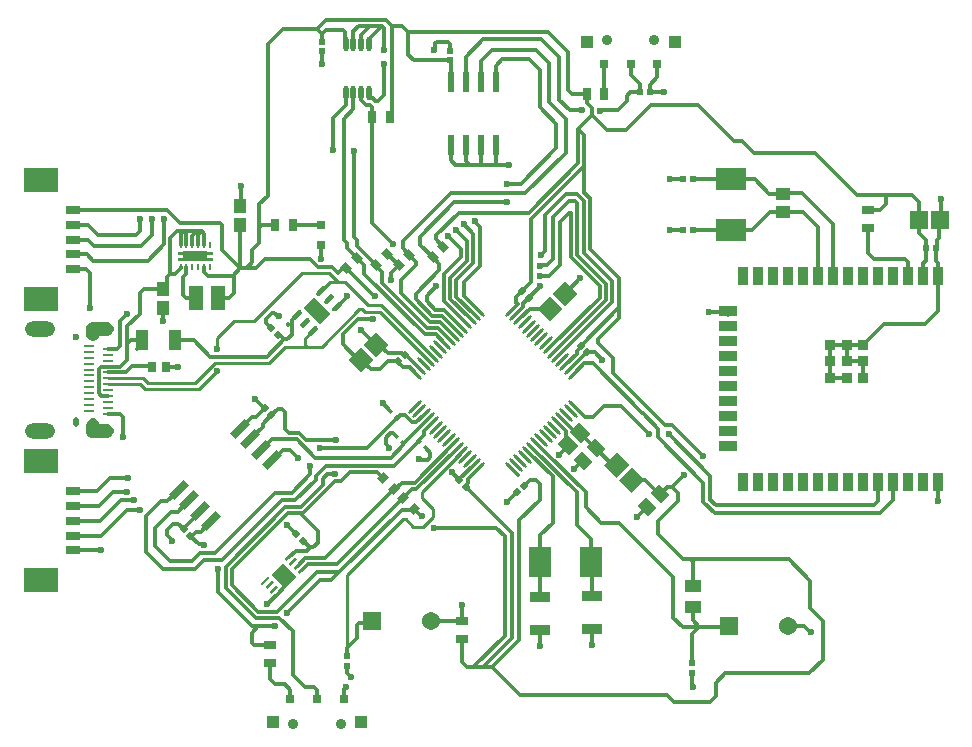
<source format=gbr>
%TF.GenerationSoftware,Altium Limited,Altium Designer,25.3.3 (18)*%
G04 Layer_Physical_Order=1*
G04 Layer_Color=255*
%FSLAX45Y45*%
%MOMM*%
%TF.SameCoordinates,C60B5D50-6102-498E-8A7F-52ABF2EF578F*%
%TF.FilePolarity,Positive*%
%TF.FileFunction,Copper,L1,Top,Signal*%
%TF.Part,Single*%
G01*
G75*
%TA.AperFunction,BGAPad,CuDef*%
%ADD10R,0.90000X0.90000*%
%TA.AperFunction,SMDPad,CuDef*%
%ADD11R,1.50000X0.90000*%
%ADD12R,0.90000X1.50000*%
%ADD13R,1.27000X1.02000*%
%ADD14R,0.52000X0.52000*%
%ADD15R,2.60000X1.90000*%
%ADD16R,1.00000X0.80000*%
%ADD17R,1.50000X1.55000*%
%ADD18P,0.73539X4X180.0*%
%TA.AperFunction,BGAPad,CuDef*%
%ADD19C,0.36000*%
%TA.AperFunction,SMDPad,CuDef*%
G04:AMPARAMS|DCode=20|XSize=1.3mm|YSize=2mm|CornerRadius=0mm|HoleSize=0mm|Usage=FLASHONLY|Rotation=45.000|XOffset=0mm|YOffset=0mm|HoleType=Round|Shape=Rectangle|*
%AMROTATEDRECTD20*
4,1,4,0.24749,-1.16673,-1.16673,0.24749,-0.24749,1.16673,1.16673,-0.24749,0.24749,-1.16673,0.0*
%
%ADD20ROTATEDRECTD20*%

%ADD21R,1.01213X1.20840*%
%ADD22R,1.15490X2.10620*%
G04:AMPARAMS|DCode=23|XSize=0.8mm|YSize=0.6mm|CornerRadius=0mm|HoleSize=0mm|Usage=FLASHONLY|Rotation=315.000|XOffset=0mm|YOffset=0mm|HoleType=Round|Shape=Rectangle|*
%AMROTATEDRECTD23*
4,1,4,-0.49497,0.07071,-0.07071,0.49497,0.49497,-0.07071,0.07071,-0.49497,-0.49497,0.07071,0.0*
%
%ADD23ROTATEDRECTD23*%

%ADD24R,0.80000X1.00000*%
%ADD25R,0.80000X0.70000*%
G04:AMPARAMS|DCode=26|XSize=0.36mm|YSize=0.25mm|CornerRadius=0mm|HoleSize=0mm|Usage=FLASHONLY|Rotation=315.000|XOffset=0mm|YOffset=0mm|HoleType=Round|Shape=Rectangle|*
%AMROTATEDRECTD26*
4,1,4,-0.21567,0.03889,-0.03889,0.21567,0.21567,-0.03889,0.03889,-0.21567,-0.21567,0.03889,0.0*
%
%ADD26ROTATEDRECTD26*%

G04:AMPARAMS|DCode=27|XSize=0.3mm|YSize=1.6mm|CornerRadius=0mm|HoleSize=0mm|Usage=FLASHONLY|Rotation=225.000|XOffset=0mm|YOffset=0mm|HoleType=Round|Shape=Round|*
%AMOVALD27*
21,1,1.30000,0.30000,0.00000,0.00000,315.0*
1,1,0.30000,-0.45962,0.45962*
1,1,0.30000,0.45962,-0.45962*
%
%ADD27OVALD27*%

G04:AMPARAMS|DCode=28|XSize=0.3mm|YSize=1.6mm|CornerRadius=0mm|HoleSize=0mm|Usage=FLASHONLY|Rotation=135.000|XOffset=0mm|YOffset=0mm|HoleType=Round|Shape=Round|*
%AMOVALD28*
21,1,1.30000,0.30000,0.00000,0.00000,225.0*
1,1,0.30000,0.45962,0.45962*
1,1,0.30000,-0.45962,-0.45962*
%
%ADD28OVALD28*%

%ADD29P,0.73539X4X90.0*%
%ADD30R,0.80000X0.80000*%
%ADD31R,1.00000X1.00000*%
%ADD32O,0.45000X1.30000*%
%TA.AperFunction,ConnectorPad*%
%ADD33R,0.90000X0.27000*%
%TA.AperFunction,SMDPad,CuDef*%
%ADD34C,1.20656*%
%ADD35C,1.20655*%
%ADD36R,1.30000X0.80000*%
%ADD37R,3.00000X2.10000*%
G04:AMPARAMS|DCode=38|XSize=1.55mm|YSize=1.5mm|CornerRadius=0mm|HoleSize=0mm|Usage=FLASHONLY|Rotation=315.000|XOffset=0mm|YOffset=0mm|HoleType=Round|Shape=Rectangle|*
%AMROTATEDRECTD38*
4,1,4,-1.07834,0.01768,-0.01768,1.07834,1.07834,-0.01768,0.01768,-1.07834,-1.07834,0.01768,0.0*
%
%ADD38ROTATEDRECTD38*%

G04:AMPARAMS|DCode=39|XSize=1.35mm|YSize=1.1mm|CornerRadius=0mm|HoleSize=0mm|Usage=FLASHONLY|Rotation=135.000|XOffset=0mm|YOffset=0mm|HoleType=Round|Shape=Rectangle|*
%AMROTATEDRECTD39*
4,1,4,0.86621,-0.08839,0.08839,-0.86621,-0.86621,0.08839,-0.08839,0.86621,0.86621,-0.08839,0.0*
%
%ADD39ROTATEDRECTD39*%

G04:AMPARAMS|DCode=40|XSize=1.3mm|YSize=1mm|CornerRadius=0mm|HoleSize=0mm|Usage=FLASHONLY|Rotation=135.000|XOffset=0mm|YOffset=0mm|HoleType=Round|Shape=Rectangle|*
%AMROTATEDRECTD40*
4,1,4,0.81318,-0.10607,0.10607,-0.81318,-0.81318,0.10607,-0.10607,0.81318,0.81318,-0.10607,0.0*
%
%ADD40ROTATEDRECTD40*%

G04:AMPARAMS|DCode=41|XSize=1.4549mm|YSize=1.5562mm|CornerRadius=0mm|HoleSize=0mm|Usage=FLASHONLY|Rotation=135.000|XOffset=0mm|YOffset=0mm|HoleType=Round|Shape=Rectangle|*
%AMROTATEDRECTD41*
4,1,4,1.06459,0.03581,-0.03581,-1.06459,-1.06459,-0.03581,0.03581,1.06459,1.06459,0.03581,0.0*
%
%ADD41ROTATEDRECTD41*%

G04:AMPARAMS|DCode=42|XSize=1.7mm|YSize=0.65mm|CornerRadius=0mm|HoleSize=0mm|Usage=FLASHONLY|Rotation=225.000|XOffset=0mm|YOffset=0mm|HoleType=Round|Shape=Rectangle|*
%AMROTATEDRECTD42*
4,1,4,0.37123,0.83085,0.83085,0.37123,-0.37123,-0.83085,-0.83085,-0.37123,0.37123,0.83085,0.0*
%
%ADD42ROTATEDRECTD42*%

%ADD43R,0.52000X0.52000*%
%ADD44R,0.54200X1.68500*%
G04:AMPARAMS|DCode=45|XSize=0.86107mm|YSize=0.23928mm|CornerRadius=0mm|HoleSize=0mm|Usage=FLASHONLY|Rotation=45.000|XOffset=0mm|YOffset=0mm|HoleType=Round|Shape=Rectangle|*
%AMROTATEDRECTD45*
4,1,4,-0.21983,-0.38903,-0.38903,-0.21983,0.21983,0.38903,0.38903,0.21983,-0.21983,-0.38903,0.0*
%
%ADD45ROTATEDRECTD45*%

G04:AMPARAMS|DCode=46|XSize=0.86107mm|YSize=0.23928mm|CornerRadius=0.11964mm|HoleSize=0mm|Usage=FLASHONLY|Rotation=45.000|XOffset=0mm|YOffset=0mm|HoleType=Round|Shape=RoundedRectangle|*
%AMROUNDEDRECTD46*
21,1,0.86107,0.00000,0,0,45.0*
21,1,0.62178,0.23928,0,0,45.0*
1,1,0.23928,0.21983,0.21983*
1,1,0.23928,-0.21983,-0.21983*
1,1,0.23928,-0.21983,-0.21983*
1,1,0.23928,0.21983,0.21983*
%
%ADD46ROUNDEDRECTD46*%
G04:AMPARAMS|DCode=47|XSize=1.4mm|YSize=1.6mm|CornerRadius=0mm|HoleSize=0mm|Usage=FLASHONLY|Rotation=45.000|XOffset=0mm|YOffset=0mm|HoleType=Round|Shape=Rectangle|*
%AMROTATEDRECTD47*
4,1,4,0.07071,-1.06066,-1.06066,0.07071,-0.07071,1.06066,1.06066,-0.07071,0.07071,-1.06066,0.0*
%
%ADD47ROTATEDRECTD47*%

%ADD48R,1.00000X1.80000*%
%ADD49R,0.73504X0.86213*%
G04:AMPARAMS|DCode=50|XSize=0.8mm|YSize=0.6mm|CornerRadius=0mm|HoleSize=0mm|Usage=FLASHONLY|Rotation=225.000|XOffset=0mm|YOffset=0mm|HoleType=Round|Shape=Rectangle|*
%AMROTATEDRECTD50*
4,1,4,0.07071,0.49497,0.49497,0.07071,-0.07071,-0.49497,-0.49497,-0.07071,0.07071,0.49497,0.0*
%
%ADD50ROTATEDRECTD50*%

%ADD51R,1.70000X0.95000*%
%ADD52R,1.90000X2.60000*%
G04:AMPARAMS|DCode=53|XSize=0.9mm|YSize=2mm|CornerRadius=0.0495mm|HoleSize=0mm|Usage=FLASHONLY|Rotation=90.000|XOffset=0mm|YOffset=0mm|HoleType=Round|Shape=RoundedRectangle|*
%AMROUNDEDRECTD53*
21,1,0.90000,1.90100,0,0,90.0*
21,1,0.80100,2.00000,0,0,90.0*
1,1,0.09900,0.95050,0.40050*
1,1,0.09900,0.95050,-0.40050*
1,1,0.09900,-0.95050,-0.40050*
1,1,0.09900,-0.95050,0.40050*
%
%ADD53ROUNDEDRECTD53*%
G04:AMPARAMS|DCode=54|XSize=0.25mm|YSize=0.5mm|CornerRadius=0.05mm|HoleSize=0mm|Usage=FLASHONLY|Rotation=180.000|XOffset=0mm|YOffset=0mm|HoleType=Round|Shape=RoundedRectangle|*
%AMROUNDEDRECTD54*
21,1,0.25000,0.40000,0,0,180.0*
21,1,0.15000,0.50000,0,0,180.0*
1,1,0.10000,-0.07500,0.20000*
1,1,0.10000,0.07500,0.20000*
1,1,0.10000,0.07500,-0.20000*
1,1,0.10000,-0.07500,-0.20000*
%
%ADD54ROUNDEDRECTD54*%
%ADD55R,1.35000X1.00000*%
%TA.AperFunction,Conductor*%
%ADD56C,0.30000*%
%ADD57C,0.26017*%
%TA.AperFunction,ComponentPad*%
%ADD58C,0.90000*%
G04:AMPARAMS|DCode=59|XSize=1.25mm|YSize=0.6mm|CornerRadius=0.3mm|HoleSize=0mm|Usage=FLASHONLY|Rotation=90.000|XOffset=0mm|YOffset=0mm|HoleType=Round|Shape=RoundedRectangle|*
%AMROUNDEDRECTD59*
21,1,1.25000,0.00000,0,0,90.0*
21,1,0.65000,0.60000,0,0,90.0*
1,1,0.60000,0.00000,0.32500*
1,1,0.60000,0.00000,-0.32500*
1,1,0.60000,0.00000,-0.32500*
1,1,0.60000,0.00000,0.32500*
%
%ADD59ROUNDEDRECTD59*%
G04:AMPARAMS|DCode=60|XSize=2.6mm|YSize=1.3mm|CornerRadius=0.65mm|HoleSize=0mm|Usage=FLASHONLY|Rotation=180.000|XOffset=0mm|YOffset=0mm|HoleType=Round|Shape=RoundedRectangle|*
%AMROUNDEDRECTD60*
21,1,2.60000,0.00000,0,0,180.0*
21,1,1.30000,1.30000,0,0,180.0*
1,1,1.30000,-0.65000,0.00000*
1,1,1.30000,0.65000,0.00000*
1,1,1.30000,0.65000,0.00000*
1,1,1.30000,-0.65000,0.00000*
%
%ADD60ROUNDEDRECTD60*%
G04:AMPARAMS|DCode=61|XSize=0.6mm|YSize=1.9mm|CornerRadius=0.3mm|HoleSize=0mm|Usage=FLASHONLY|Rotation=90.000|XOffset=0mm|YOffset=0mm|HoleType=Round|Shape=RoundedRectangle|*
%AMROUNDEDRECTD61*
21,1,0.60000,1.30000,0,0,90.0*
21,1,0.00000,1.90000,0,0,90.0*
1,1,0.60000,0.65000,0.00000*
1,1,0.60000,0.65000,0.00000*
1,1,0.60000,-0.65000,0.00000*
1,1,0.60000,-0.65000,0.00000*
%
%ADD61ROUNDEDRECTD61*%
%ADD62C,0.60000*%
G04:AMPARAMS|DCode=63|XSize=0.85mm|YSize=0.5mm|CornerRadius=0.25mm|HoleSize=0mm|Usage=FLASHONLY|Rotation=270.000|XOffset=0mm|YOffset=0mm|HoleType=Round|Shape=RoundedRectangle|*
%AMROUNDEDRECTD63*
21,1,0.85000,0.00000,0,0,270.0*
21,1,0.35000,0.50000,0,0,270.0*
1,1,0.50000,0.00000,-0.17500*
1,1,0.50000,0.00000,0.17500*
1,1,0.50000,0.00000,0.17500*
1,1,0.50000,0.00000,-0.17500*
%
%ADD63ROUNDEDRECTD63*%
%ADD64C,1.54060*%
%ADD65R,1.54060X1.54060*%
%TA.AperFunction,ViaPad*%
%ADD66C,0.60000*%
%ADD67C,0.50000*%
G36*
X7425000Y8580000D02*
X7475000D01*
Y8555000D01*
X7425000D01*
Y8529999D01*
X7475000D01*
Y8504999D01*
X7425000D01*
Y8497500D01*
X7225000D01*
Y8504999D01*
X7175000D01*
Y8529999D01*
X7225000D01*
Y8555000D01*
X7175000D01*
Y8580000D01*
X7225000D01*
Y8587500D01*
X7425000D01*
Y8580000D01*
D02*
G37*
G36*
X8436317Y8267383D02*
X8383284Y8214350D01*
X8380471Y8211537D01*
X8373120Y8208492D01*
X8365164D01*
X8357813Y8211537D01*
X8355000Y8214350D01*
X8352187Y8217163D01*
X8349142Y8224514D01*
Y8232470D01*
X8352187Y8239821D01*
X8355000Y8242634D01*
Y8242635D01*
X8408033Y8295668D01*
X8436317Y8267383D01*
D02*
G37*
G36*
X8503493Y8200208D02*
X8450459Y8147175D01*
X8447646Y8144362D01*
X8440296Y8141317D01*
X8432339D01*
X8424988Y8144362D01*
X8422175Y8147175D01*
X8419362Y8149988D01*
X8416317Y8157339D01*
Y8165296D01*
X8419362Y8172646D01*
X8422175Y8175459D01*
X8475208Y8228492D01*
X8503493Y8200208D01*
D02*
G37*
G36*
X8570668Y8133033D02*
X8517634Y8080000D01*
X8514821Y8077187D01*
X8507471Y8074142D01*
X8499514D01*
X8492163Y8077187D01*
X8489350Y8080000D01*
X8486537Y8082813D01*
X8483493Y8090164D01*
Y8098120D01*
X8486537Y8105471D01*
X8489350Y8108284D01*
X8542383Y8161317D01*
X8570668Y8133033D01*
D02*
G37*
G36*
X8217837Y8082813D02*
X8220650Y8080000D01*
X8223463Y8077187D01*
X8226508Y8069836D01*
Y8061879D01*
X8223463Y8054529D01*
X8220650Y8051716D01*
X8167617Y7998683D01*
X8139332Y8026967D01*
X8192366Y8080000D01*
X8195179Y8082813D01*
X8202529Y8085858D01*
X8210486D01*
X8217837Y8082813D01*
D02*
G37*
G36*
X8285012Y8015638D02*
X8287825Y8012825D01*
X8290638Y8010012D01*
X8293683Y8002661D01*
Y7994704D01*
X8290638Y7987354D01*
X8287825Y7984541D01*
X8287825D01*
X8234792Y7931508D01*
X8206508Y7959792D01*
X8259541Y8012825D01*
X8262354Y8015638D01*
X8269704Y8018683D01*
X8277661D01*
X8285012Y8015638D01*
D02*
G37*
G36*
X6606487Y7978355D02*
X6623366Y7961477D01*
X6632500Y7939425D01*
Y7915555D01*
X6623366Y7893503D01*
X6606487Y7876625D01*
X6584435Y7867490D01*
X6512501D01*
X6510728Y7857895D01*
X6500796Y7841095D01*
X6485692Y7828736D01*
X6467258Y7822329D01*
X6457501Y7822491D01*
X6457500D01*
X6447744Y7822329D01*
X6429309Y7828736D01*
X6414205Y7841095D01*
X6404273Y7857895D01*
X6402500Y7867490D01*
Y7927490D01*
X6402500Y7927490D01*
X6402500Y7939425D01*
X6411635Y7961477D01*
X6428513Y7978355D01*
X6450565Y7987490D01*
X6462500D01*
X6572500Y7987490D01*
X6584435D01*
X6606487Y7978355D01*
D02*
G37*
G36*
X8352187Y7948463D02*
X8355000Y7945650D01*
X8357813Y7942837D01*
X8360858Y7935486D01*
Y7927529D01*
X8357813Y7920178D01*
X8355000Y7917365D01*
X8355000D01*
X8301967Y7864333D01*
X8273683Y7892617D01*
X8326716Y7945650D01*
X8329529Y7948463D01*
X8336879Y7951508D01*
X8344836D01*
X8352187Y7948463D01*
D02*
G37*
G36*
X6485696Y7162265D02*
X6500800Y7149906D01*
X6510732Y7133106D01*
X6512505Y7123511D01*
X6572505Y7123510D01*
X6584439D01*
X6606492Y7114376D01*
X6623370Y7097497D01*
X6632505Y7075445D01*
Y7051575D01*
X6623370Y7029523D01*
X6606492Y7012645D01*
X6584439Y7003511D01*
X6572505D01*
X6462504Y7003511D01*
X6450570D01*
X6428517Y7012645D01*
X6411639Y7029523D01*
X6402504Y7051576D01*
X6402505Y7063511D01*
Y7063511D01*
Y7123511D01*
X6404278Y7133106D01*
X6414209Y7149906D01*
X6429314Y7162265D01*
X6447749Y7168672D01*
X6457505Y7168510D01*
X6467262Y7168672D01*
X6485696Y7162265D01*
D02*
G37*
D10*
X12700500Y7513150D02*
D03*
Y7653150D02*
D03*
Y7793150D02*
D03*
X12840500Y7513150D02*
D03*
Y7653150D02*
D03*
Y7793150D02*
D03*
X12980499Y7513150D02*
D03*
Y7653150D02*
D03*
X12980499Y7793150D02*
D03*
D11*
X11836500Y6931650D02*
D03*
Y7058650D02*
D03*
Y7185650D02*
D03*
Y7312650D02*
D03*
Y7439650D02*
D03*
Y7566650D02*
D03*
Y7693650D02*
D03*
Y7820650D02*
D03*
Y7947650D02*
D03*
Y8074650D02*
D03*
D12*
X13612500Y6628150D02*
D03*
X13485500Y6628150D02*
D03*
X13358501Y6628150D02*
D03*
X13231500D02*
D03*
X13104500D02*
D03*
X12977499D02*
D03*
X12850500Y6628150D02*
D03*
X12723500Y6628150D02*
D03*
X12596500D02*
D03*
X12469500D02*
D03*
X12342500D02*
D03*
X12215500D02*
D03*
X12088500D02*
D03*
X11961500D02*
D03*
Y8378150D02*
D03*
X12088500D02*
D03*
X12215500D02*
D03*
X12342500D02*
D03*
X12469500D02*
D03*
X12596500D02*
D03*
X12723500D02*
D03*
X12850500Y8378150D02*
D03*
X12977499Y8378150D02*
D03*
X13104500D02*
D03*
X13231500D02*
D03*
X13358501D02*
D03*
X13485500Y8378150D02*
D03*
X13612500Y8378150D02*
D03*
D13*
X12300000Y8918999D02*
D03*
Y9071000D02*
D03*
D14*
X13592499Y8612500D02*
D03*
X13512500D02*
D03*
X11455000Y8764999D02*
D03*
X11535000D02*
D03*
X11457501Y9192499D02*
D03*
X11537500Y9192499D02*
D03*
X11092500Y9930000D02*
D03*
X11172500D02*
D03*
D15*
X11862500Y8762499D02*
D03*
X11862500Y9192499D02*
D03*
D16*
X13022501Y8785000D02*
D03*
Y8935000D02*
D03*
X7960000Y5250000D02*
D03*
Y5100000D02*
D03*
X9582500Y5455000D02*
D03*
Y5305000D02*
D03*
D17*
X13632500Y8845000D02*
D03*
X13452499D02*
D03*
D18*
X8022500Y7877500D02*
D03*
X7965932Y7934068D02*
D03*
X9561716Y6648284D02*
D03*
X9618284Y6591716D02*
D03*
X10643284Y7729216D02*
D03*
X10586716Y7785784D02*
D03*
X10091716Y8245784D02*
D03*
X10148284Y8189216D02*
D03*
X7968284Y7196716D02*
D03*
X7911716Y7253284D02*
D03*
X7283284Y6176716D02*
D03*
X7226716Y6233284D02*
D03*
X8238284Y6134216D02*
D03*
X8181716Y6190784D02*
D03*
D19*
X8187062Y8046412D02*
D03*
X8254237Y7979237D02*
D03*
X8321412Y7912062D02*
D03*
X8522938Y8113588D02*
D03*
X8457208Y8182208D02*
D03*
X8388588Y8247938D02*
D03*
D20*
X8355000Y8080000D02*
D03*
D21*
X7047500Y8265186D02*
D03*
Y8104813D02*
D03*
X7707500Y8970187D02*
D03*
Y8809813D02*
D03*
D22*
X7329935Y8190000D02*
D03*
X7515064D02*
D03*
D23*
X8599038Y8439038D02*
D03*
X8690962Y8530962D02*
D03*
X8854038Y8471538D02*
D03*
X8945962Y8563462D02*
D03*
X9334038Y8531538D02*
D03*
X9425962Y8623462D02*
D03*
X9138462Y8555962D02*
D03*
X9046538Y8464038D02*
D03*
D24*
X8002500Y8807500D02*
D03*
X8152500D02*
D03*
X10787500Y9917500D02*
D03*
X10637500D02*
D03*
X8822500Y9720000D02*
D03*
X8972500D02*
D03*
D25*
X8392500Y8807500D02*
D03*
Y8637500D02*
D03*
D26*
X9217801Y6977198D02*
D03*
X9277198Y6917802D02*
D03*
X8975302Y7232198D02*
D03*
X9034698Y7172802D02*
D03*
X9087198Y6960302D02*
D03*
X9027802Y7019698D02*
D03*
D27*
X10007457Y6737213D02*
D03*
X10042812Y6772568D02*
D03*
X10078168Y6807923D02*
D03*
X10113523Y6843279D02*
D03*
X10148878Y6878634D02*
D03*
X10184234Y6913989D02*
D03*
X10219589Y6949345D02*
D03*
X10254944Y6984700D02*
D03*
X10290300Y7020055D02*
D03*
X10325655Y7055411D02*
D03*
X10361010Y7090766D02*
D03*
X10396366Y7126121D02*
D03*
X10431721Y7161477D02*
D03*
X10467076Y7196832D02*
D03*
X10502432Y7232187D02*
D03*
X10537787Y7267543D02*
D03*
X9717543Y8087787D02*
D03*
X9682188Y8052431D02*
D03*
X9646832Y8017076D02*
D03*
X9611477Y7981720D02*
D03*
X9576122Y7946365D02*
D03*
X9540767Y7911010D02*
D03*
X9505411Y7875655D02*
D03*
X9470056Y7840299D02*
D03*
X9434700Y7804944D02*
D03*
X9399345Y7769588D02*
D03*
X9363990Y7734233D02*
D03*
X9328634Y7698878D02*
D03*
X9293279Y7663523D02*
D03*
X9257924Y7628167D02*
D03*
X9222568Y7592812D02*
D03*
X9187213Y7557457D02*
D03*
D28*
X10537787D02*
D03*
X10502432Y7592812D02*
D03*
X10467076Y7628167D02*
D03*
X10431721Y7663523D02*
D03*
X10396366Y7698878D02*
D03*
X10361010Y7734233D02*
D03*
X10325655Y7769588D02*
D03*
X10290300Y7804944D02*
D03*
X10254944Y7840299D02*
D03*
X10219589Y7875655D02*
D03*
X10184233Y7911010D02*
D03*
X10148878Y7946365D02*
D03*
X10113523Y7981720D02*
D03*
X10078168Y8017076D02*
D03*
X10042812Y8052431D02*
D03*
X10007457Y8087787D02*
D03*
X9187213Y7267543D02*
D03*
X9222568Y7232187D02*
D03*
X9257924Y7196832D02*
D03*
X9293279Y7161477D02*
D03*
X9328634Y7126121D02*
D03*
X9363990Y7090766D02*
D03*
X9399345Y7055411D02*
D03*
X9434700Y7020055D02*
D03*
X9470056Y6984700D02*
D03*
X9505411Y6949345D02*
D03*
X9540766Y6913989D02*
D03*
X9576122Y6878634D02*
D03*
X9611477Y6843279D02*
D03*
X9646832Y6807923D02*
D03*
X9682188Y6772568D02*
D03*
X9717543Y6737213D02*
D03*
D29*
X9101568Y7709068D02*
D03*
X9045000Y7652500D02*
D03*
X10108284Y6598284D02*
D03*
X10051716Y6541716D02*
D03*
D30*
X10787500Y10167000D02*
D03*
X11012500Y10167000D02*
D03*
X11237500D02*
D03*
X8580000Y4790500D02*
D03*
X8355000D02*
D03*
X8130000D02*
D03*
D31*
X10637500Y10357000D02*
D03*
X11387500Y10357000D02*
D03*
X8730000Y4600500D02*
D03*
X7980000D02*
D03*
D32*
X8792500Y10335000D02*
D03*
X8727500D02*
D03*
X8662500D02*
D03*
X8597500D02*
D03*
X8792500Y9925000D02*
D03*
X8727500D02*
D03*
X8662500D02*
D03*
X8597500D02*
D03*
D33*
X6587500Y7758000D02*
D03*
Y7708000D02*
D03*
Y7658000D02*
D03*
Y7608000D02*
D03*
Y7558000D02*
D03*
X6587501Y7508000D02*
D03*
X6587500Y7458000D02*
D03*
Y7408000D02*
D03*
Y7358000D02*
D03*
X6587501Y7308000D02*
D03*
X6587500Y7258000D02*
D03*
Y7208000D02*
D03*
X6427500Y7233000D02*
D03*
X6427500Y7283000D02*
D03*
X6427500Y7333000D02*
D03*
Y7383000D02*
D03*
Y7433000D02*
D03*
Y7483000D02*
D03*
Y7533000D02*
D03*
Y7583000D02*
D03*
Y7633000D02*
D03*
Y7683000D02*
D03*
Y7733000D02*
D03*
Y7783001D02*
D03*
D34*
X6469531Y7920459D02*
D03*
D35*
X6469535Y7070541D02*
D03*
D36*
X6292500Y8932500D02*
D03*
Y8807500D02*
D03*
Y8682500D02*
D03*
Y8557500D02*
D03*
Y8432500D02*
D03*
Y6552500D02*
D03*
Y6427500D02*
D03*
Y6302500D02*
D03*
Y6177500D02*
D03*
Y6052500D02*
D03*
D37*
X6017500Y8177500D02*
D03*
Y9187500D02*
D03*
Y5797500D02*
D03*
Y6807500D02*
D03*
D38*
X10452279Y8224779D02*
D03*
X10325000Y8097500D02*
D03*
X8731360Y7666361D02*
D03*
X8858640Y7793640D02*
D03*
D39*
X10483002Y6943002D02*
D03*
X10581997Y7041997D02*
D03*
D40*
X10609467Y6811967D02*
D03*
X10715533Y6918033D02*
D03*
X11149467Y6421967D02*
D03*
X11255533Y6528033D02*
D03*
D41*
X11025453Y6647047D02*
D03*
X10894547Y6777953D02*
D03*
D42*
X7971292Y6813390D02*
D03*
X7881489Y6903193D02*
D03*
X7791686Y6992995D02*
D03*
X7701884Y7082798D02*
D03*
X7185696Y6566610D02*
D03*
X7275499Y6476807D02*
D03*
X7365301Y6387005D02*
D03*
X7455104Y6297202D02*
D03*
D43*
X9485000Y10200000D02*
D03*
Y10280000D02*
D03*
X8395000Y10357500D02*
D03*
Y10277500D02*
D03*
X8607500Y5075000D02*
D03*
Y5155000D02*
D03*
X11532500Y5015000D02*
D03*
Y5095000D02*
D03*
D44*
X9487000Y9481400D02*
D03*
X9614000D02*
D03*
X9741000D02*
D03*
X9868000D02*
D03*
Y10018600D02*
D03*
X9741000D02*
D03*
X9614000D02*
D03*
X9487000D02*
D03*
D45*
X7918667Y5789732D02*
D03*
D46*
X7954022Y5754377D02*
D03*
X7989377Y5719022D02*
D03*
X8024733Y5683667D02*
D03*
X8226333Y5885267D02*
D03*
X8190978Y5920623D02*
D03*
X8155623Y5955978D02*
D03*
X8120267Y5991333D02*
D03*
D47*
X8072500Y5837500D02*
D03*
D48*
X7150000Y7830000D02*
D03*
X6870000D02*
D03*
D49*
X7079039Y7607500D02*
D03*
X6955961D02*
D03*
D50*
X9005962Y6571538D02*
D03*
X8914038Y6663462D02*
D03*
X9081538Y6493462D02*
D03*
X9173462Y6401538D02*
D03*
D51*
X10685000Y5382500D02*
D03*
Y5662500D02*
D03*
X10242500Y5380000D02*
D03*
Y5660000D02*
D03*
D52*
X10677500Y5950000D02*
D03*
X10247500D02*
D03*
D53*
X7325000Y8542500D02*
D03*
D54*
X7200000Y8637500D02*
D03*
X7250000D02*
D03*
X7300000D02*
D03*
X7350000D02*
D03*
X7400000D02*
D03*
X7450000D02*
D03*
Y8447500D02*
D03*
X7400000D02*
D03*
X7350000Y8447500D02*
D03*
X7300000D02*
D03*
X7250000Y8447500D02*
D03*
X7200000D02*
D03*
D55*
X11535000Y5572500D02*
D03*
Y5752500D02*
D03*
D56*
X10352500Y8875000D02*
X10487500Y9010000D01*
X10352500Y8517500D02*
Y8875000D01*
X10303240Y8468240D02*
X10352500Y8517500D01*
X10248462Y8553462D02*
X10285000Y8590000D01*
Y8890000D02*
X10467500Y9072500D01*
X10285000Y8590000D02*
Y8890000D01*
X10483002Y6938003D02*
Y6999571D01*
X10460000Y7022574D02*
X10483002Y6999571D01*
X10460000Y7022574D02*
Y7062487D01*
X10396366Y7126121D02*
X10460000Y7062487D01*
X8706139Y7666361D02*
X8731360D01*
X8577500Y7795000D02*
X8706139Y7666361D01*
X8577500Y7795000D02*
Y7885000D01*
X8699492Y8006992D01*
X8827500D01*
X13157500Y9060000D02*
X13389999D01*
X7283284Y6176716D02*
X7356760Y6103240D01*
X7047500Y7990000D02*
Y8104813D01*
X13612500Y6467500D02*
Y6628150D01*
X13612500Y6628150D02*
X13612500Y6628150D01*
X12840500Y7653150D02*
X12840500Y7653150D01*
X12980499D01*
X12840500Y7653150D02*
Y7793150D01*
X12980499Y7513150D02*
Y7624574D01*
X12700500Y7513150D02*
X12840500D01*
X12700500D02*
Y7653150D01*
Y7793150D01*
X12840500D02*
X12980499D01*
X12700500D02*
X12840500D01*
X13612500Y8075000D02*
Y8378150D01*
X13505000Y7967500D02*
X13612500Y8075000D01*
X13154849Y7967500D02*
X13505000D01*
X12980499Y7793150D02*
X13154849Y7967500D01*
X13592499Y8502501D02*
Y8612500D01*
Y8502501D02*
X13612500Y8482500D01*
Y8378150D02*
Y8482500D01*
X13507500Y8607500D02*
X13512500Y8612500D01*
X13507500Y8505000D02*
Y8607500D01*
X13485500Y8483000D02*
X13507500Y8505000D01*
X13485500Y8378150D02*
Y8483000D01*
X13022501Y8570000D02*
Y8785000D01*
Y8570000D02*
X13070000Y8522500D01*
X13332500D01*
X13358501Y8496500D01*
Y8378150D02*
Y8496500D01*
X12723500Y8378150D02*
Y8816500D01*
X12596500Y8378150D02*
Y8788500D01*
X11677500Y8067500D02*
X11829350D01*
X11836500Y8074650D01*
X13231500Y6474000D02*
Y6628150D01*
X13104500Y6470500D02*
X13105000Y6470000D01*
X13104500Y6470500D02*
Y6628150D01*
X7356760Y6103240D02*
X7396760D01*
X7402500Y6097500D01*
X7365000Y6030000D02*
X7490000D01*
X7115000Y5962500D02*
X7297500D01*
X6987500Y6090000D02*
X7115000Y5962500D01*
X7297500D02*
X7365000Y6030000D01*
X7395000Y5970000D02*
X7550000D01*
X7185068Y6566610D02*
X7185696D01*
X7320000Y5895000D02*
X7395000Y5970000D01*
X7055000Y5895000D02*
X7320000D01*
X7490000Y6030000D02*
X8000000Y6540000D01*
X7517500Y5695000D02*
Y5895000D01*
Y5695000D02*
X7802500Y5410000D01*
X7635000Y5757500D02*
Y5891790D01*
X7585000Y5912500D02*
X8087500Y6415000D01*
X7635000Y5891790D02*
X8108211Y6365000D01*
X7585000Y5736790D02*
Y5912500D01*
X7550000Y5970000D02*
X8057500Y6477500D01*
X8172500D01*
X7802500Y5410000D02*
X7860000D01*
X6910000Y6040000D02*
X7055000Y5895000D01*
X7635000Y5757500D02*
X7860000Y5532500D01*
X7585000Y5736790D02*
X7839290Y5482500D01*
X8032500D01*
X7820074Y5250000D02*
X7960000D01*
X7802500Y5267574D02*
X7820074Y5250000D01*
X7802500Y5267574D02*
Y5352500D01*
X7860000Y5410000D01*
X8000000D01*
X8102500Y5517500D02*
X8382500Y5797500D01*
X8475000D01*
X8545000Y5867500D01*
X6522500Y6055000D02*
X6525000Y6057500D01*
X6295000Y6055000D02*
X6522500D01*
X6292500Y6052500D02*
X6295000Y6055000D01*
X6742500Y6397500D02*
X6860000D01*
X6522500Y6177500D02*
X6742500Y6397500D01*
X6292500Y6177500D02*
X6522500D01*
X6692500Y6475000D02*
X6805000D01*
X6520000Y6302500D02*
X6692500Y6475000D01*
X6292500Y6302500D02*
X6520000D01*
X6630000Y6545000D02*
X6747500D01*
X6512500Y6427500D02*
X6630000Y6545000D01*
X6292500Y6427500D02*
X6512500D01*
X6602500Y6665000D02*
X6757500D01*
X6490000Y6552500D02*
X6602500Y6665000D01*
X6292500Y6552500D02*
X6490000D01*
X10415000Y8470000D02*
Y8835001D01*
X10322500Y8377500D02*
X10415000Y8470000D01*
Y8835001D02*
X10486790Y8906790D01*
X7930704Y7690000D02*
X8078130Y7837426D01*
X7452500Y7690000D02*
X7930704D01*
X7312500Y7830000D02*
X7452500Y7690000D01*
X7150000Y7830000D02*
X7312500D01*
X8430394Y8447500D02*
X8482500D01*
X8429886Y8448009D02*
X8430394Y8447500D01*
X8364492Y8448009D02*
X8429886D01*
X8292500Y8520000D02*
X8364492Y8448009D01*
X7965932Y7934068D02*
X7966250D01*
X7925000Y8010000D02*
X7976324Y8061324D01*
X8021882Y8032500D02*
X8030000D01*
X7925000Y7975001D02*
Y8010000D01*
X7976324Y8061324D02*
X7993058D01*
X8021882Y8032500D01*
X7925000Y7975001D02*
X7965932Y7934069D01*
Y7934068D02*
Y7934069D01*
X13157500Y9060000D02*
X13170000Y9047500D01*
Y8982500D02*
Y9047500D01*
X13122501Y8935000D02*
X13170000Y8982500D01*
X13022501Y8935000D02*
X13122501D01*
X11580000Y9820000D02*
X11885000Y9515000D01*
X11182500Y9820000D02*
X11580000D01*
X11885000Y9515000D02*
X11950000D01*
X12052500Y9412500D01*
X12572500D01*
X12925000Y9060000D01*
X13157500D01*
X13389999D02*
X13452499Y8997500D01*
Y8845000D02*
Y8997500D01*
X13605000Y6592074D02*
X13612500Y6599574D01*
X11835074Y8047500D02*
X11836500Y8046074D01*
X12460000Y9080000D02*
X12723500Y8816500D01*
X12470000Y8914999D02*
X12596500Y8788500D01*
X13125000Y6367500D02*
X13231500Y6474000D01*
X11627500Y6465000D02*
Y6625000D01*
X11725000Y6367500D02*
X13125000D01*
X11685000Y6478210D02*
Y6682500D01*
X11627500Y6465000D02*
X11725000Y6367500D01*
X11685000Y6478210D02*
X11730710Y6432500D01*
X13067500D01*
X11245000Y7007500D02*
X11627500Y6625000D01*
X13104500Y6599574D02*
X13105000Y6599074D01*
X13067500Y6432500D02*
X13105000Y6470000D01*
X12300000Y9071000D02*
X12309000Y9080000D01*
X12460000D01*
X13512500Y8612500D02*
Y8680000D01*
X13592499Y8612500D02*
X13603499Y8623500D01*
Y8676000D01*
X12181500Y9071000D02*
X12300000D01*
X12060001Y9192499D02*
X12181500Y9071000D01*
X11537500Y9192499D02*
X11862500D01*
X12060001D01*
X11457500Y9192500D02*
X11457501Y9192499D01*
X11347500Y9192500D02*
X11457500D01*
X11347500D02*
Y9192500D01*
X13603499Y8676000D02*
X13625000Y8697500D01*
X13452499Y8740000D02*
X13512500Y8680000D01*
X13625000Y8697500D02*
Y8837500D01*
X13452499Y8740000D02*
Y8845000D01*
X13625000Y8837500D02*
X13632500Y8845000D01*
X13637500Y8850000D01*
Y9025000D01*
X11835425Y8045000D02*
X11836500Y8046074D01*
X11862500Y8762499D02*
X12035000D01*
X12191500Y8918999D01*
X12304000Y8914999D02*
X12470000D01*
X12300000Y8918999D02*
X12304000Y8914999D01*
X12191500Y8918999D02*
X12300000D01*
X11860000Y8764999D02*
X11862500Y8762499D01*
X11535000Y8764999D02*
X11860000Y8764999D01*
X11453750Y8766249D02*
X11455000Y8764999D01*
X11341250Y8766249D02*
X11453750D01*
X11340000Y8767500D02*
X11341250Y8766249D01*
X11332500Y7035000D02*
X11685000Y6682500D01*
X8510000Y6635000D02*
X8555000D01*
X8632500Y6712500D01*
X8914038Y6663462D02*
X8914038D01*
X8864999Y6712500D02*
X8914038Y6663462D01*
X8632500Y6712500D02*
X8864999D01*
X8240000Y6365000D02*
X8510000Y6635000D01*
X8212500Y6365000D02*
X8240000D01*
X8087500Y6415000D02*
X8217500D01*
X8405000Y6602500D02*
Y6655000D01*
X8217500Y6415000D02*
X8405000Y6602500D01*
X8150000Y4995500D02*
X8250500Y4895000D01*
X8330000D01*
X8355000Y4870000D01*
Y4790500D02*
Y4870000D01*
X8032500Y5482500D02*
X8150000Y5365000D01*
X8267647Y6047500D02*
X8297573Y6077426D01*
X8176435Y6047500D02*
X8267647D01*
X8120268Y5991333D02*
X8176435Y6047500D01*
X8120267Y5991333D02*
X8120268D01*
X7860000Y5532500D02*
X8020000D01*
X8238284Y6134216D02*
X8240784D01*
X8297573Y6077426D01*
X8322426D01*
X8360000Y6115000D01*
Y6217500D01*
X8212500Y6365000D02*
X8360000Y6217500D01*
X8108211Y6365000D02*
X8212500D01*
X8020000Y5532500D02*
X8355000Y5867500D01*
X8545000D01*
X9071967Y6394467D01*
X9166391D01*
X9173462Y6401538D01*
X8101317Y6266183D02*
X8103817D01*
X8179216Y6190784D01*
X7930000Y5597500D02*
X7934283D01*
X8022949Y5686166D02*
Y5686177D01*
X7934283Y5597500D02*
X8022949Y5686166D01*
X8150000Y4995500D02*
Y5365000D01*
X8419424Y5985000D02*
X9005962Y6571538D01*
X8280360Y5935000D02*
X8523076D01*
X8255355Y5985000D02*
X8419424D01*
X8523076Y5935000D02*
X9081538Y6493462D01*
X8226333Y5885267D02*
X8230627D01*
X8280360Y5935000D01*
X9081538Y6493462D02*
X9158076Y6570000D01*
X9695000Y5065000D02*
Y5077500D01*
X9945000Y5327500D01*
Y6170000D01*
X9872500Y6242500D02*
X9945000Y6170000D01*
X9347500Y6242500D02*
X9872500D01*
X9695000Y5065000D02*
X9762500D01*
X9240000Y6340000D02*
X9245000D01*
X9178462Y6401538D02*
X9240000Y6340000D01*
X9173462Y6401538D02*
X9178462D01*
X9762500Y5065000D02*
X10010000Y5312500D01*
Y6200000D01*
X9618284Y6591716D02*
X10010000Y6200000D01*
X9762500Y5065000D02*
X9837500D01*
X10067500Y5295000D01*
Y6307500D01*
X12347500Y5977500D02*
X12530000Y5795000D01*
X11512500Y5977500D02*
X12347500D01*
X10665000Y8607500D02*
Y9035000D01*
X10618750Y9081250D02*
X10665000Y9035000D01*
X10618750Y9081250D02*
Y9308750D01*
X10067500Y6307500D02*
X10240000Y6480000D01*
Y6615000D01*
X10207500Y6647500D02*
X10240000Y6615000D01*
X10157501Y6647500D02*
X10207500D01*
X10108285Y6598284D02*
X10157501Y6647500D01*
X10108284Y6598284D02*
X10108285D01*
X9582500Y5110000D02*
Y5305000D01*
Y5110000D02*
X9627500Y5065000D01*
X9695000D01*
X9837500D02*
X10077500Y4825000D01*
X11320000D01*
X11375000Y4770000D01*
X11682500D01*
X11732500Y4820000D01*
Y4930000D01*
X11812500Y5010000D01*
X12522500D01*
X12640000Y5127500D01*
Y5450000D01*
X12530000Y5560000D02*
X12640000Y5450000D01*
X12530000Y5560000D02*
Y5795000D01*
X11535000Y5752500D02*
Y5955000D01*
X11512500Y5977500D02*
X11535000Y5955000D01*
X11452500Y5977500D02*
X11512500D01*
X11242500Y6187500D02*
X11452500Y5977500D01*
X11242500Y6187500D02*
Y6302500D01*
X11410000Y6470000D01*
Y6537500D01*
X11362500Y6585000D02*
X11410000Y6537500D01*
X11244926Y6538639D02*
X11276139D01*
X11322500Y6585000D01*
X11362500D01*
X11465000Y6687500D01*
X11276139Y6527782D02*
X11305282D01*
X11136518Y6647047D02*
X11244926Y6538639D01*
X11114280Y6647047D02*
X11136518D01*
X11110699Y6650628D02*
X11114280Y6647047D01*
X11029035Y6650628D02*
X11110699D01*
X11025453Y6647047D02*
X11029035Y6650628D01*
X10690000Y7635000D02*
X11108984Y7216017D01*
X11245000Y7007500D02*
Y7082500D01*
X11108984Y7216017D02*
X11111483D01*
X10615330Y7635000D02*
X10690000D01*
X11111483Y7216017D02*
X11245000Y7082500D01*
X11625000Y6852500D02*
X11627500D01*
X11362500Y7115000D02*
X11625000Y6852500D01*
X11300000Y7115000D02*
X11362500D01*
X10862500Y7552500D02*
X11300000Y7115000D01*
X10862500Y7552500D02*
Y7680000D01*
X10737500Y7805000D02*
X10862500Y7680000D01*
X10737500Y7805000D02*
Y7842500D01*
X10915000Y8020000D01*
Y8114068D01*
X8022500Y7877500D02*
X8038057D01*
X8078130Y7837426D01*
X8104926D01*
X8140000Y7872500D01*
Y7999350D01*
X8187062Y8046412D01*
X8108096Y7963096D02*
Y7967446D01*
X8607500Y8199773D02*
Y8205000D01*
X8522938Y8115211D02*
X8607500Y8199773D01*
X8522938Y8113588D02*
Y8115211D01*
X8530000Y8400000D02*
X8573431Y8443431D01*
X8594645D02*
X8599038Y8439038D01*
X8482500Y8447500D02*
X8530000Y8400000D01*
X8573431Y8443431D02*
X8594645D01*
X8087500Y7077500D02*
X8122500Y7042500D01*
X8087500Y7077500D02*
Y7225000D01*
X8062500Y7250000D02*
X8087500Y7225000D01*
X8021568Y7250000D02*
X8062500D01*
X8205710Y7042500D02*
X8263210Y6985000D01*
X9240901Y7109099D02*
Y7109099D01*
X8185000Y6992500D02*
X8340000Y6837500D01*
X7970797Y6992500D02*
X8185000D01*
X8122500Y7042500D02*
X8205710D01*
X8263210Y6985000D02*
X8515000D01*
X8380000Y6917500D02*
X8780104D01*
X8340000Y6837500D02*
X8980000D01*
X8504260Y6694260D02*
X8510000Y6700000D01*
X8444260Y6694260D02*
X8504260D01*
X8405000Y6655000D02*
X8444260Y6694260D01*
X8435000Y6767500D02*
X9007397D01*
X8730000Y7920000D02*
X8856360Y7793640D01*
X8858640D01*
X9087198Y6956059D02*
X9169931Y7038792D01*
X9170594D01*
X9240901Y7109099D02*
X9293279Y7161477D01*
X9170594Y7038792D02*
X9240901Y7109099D01*
X9265000Y7032500D02*
Y7062487D01*
X9217448Y6977551D02*
Y6981087D01*
X9217801Y6981441D02*
Y6985301D01*
X9265000Y7062487D02*
X9328634Y7126121D01*
X9217801Y6985301D02*
X9265000Y7032500D01*
X9217448Y6981087D02*
X9217801Y6981441D01*
X9220000Y6822500D02*
X9222500Y6820000D01*
X9292500D01*
X9312500Y6840000D01*
Y6878964D01*
X9277198Y6914266D02*
X9312500Y6878964D01*
X9277198Y6914266D02*
Y6917802D01*
X8910000Y7300000D02*
Y7302500D01*
Y7300000D02*
X8975302Y7234698D01*
Y7232198D02*
Y7234698D01*
X8965000Y6917500D02*
Y6925618D01*
X8937907Y6952711D02*
X8965000Y6925618D01*
X8937907Y6952711D02*
Y7004593D01*
X8976213Y7042899D01*
X9001065D01*
X9024266Y7019698D01*
X9027802D01*
X8980000Y6837500D02*
X9087198Y6944698D01*
X8345000Y6650000D02*
Y6677500D01*
X8435000Y6767500D01*
X8172500Y6477500D02*
X8345000Y6650000D01*
X8140000Y6540000D02*
X8295000Y6695000D01*
X8000000Y6540000D02*
X8140000D01*
X7968284Y7196716D02*
X8021568Y7250000D01*
X8295000Y6765000D02*
X8295000Y6765000D01*
Y6695000D02*
Y6765000D01*
X9007397Y6767500D02*
X9217448Y6977551D01*
X7881490Y6903193D02*
X7970797Y6992500D01*
X8068530Y6900000D02*
X8125000D01*
X8195000Y6830000D01*
X7881489Y6903193D02*
X7881490D01*
X8195000Y6830000D02*
X8195000D01*
X8022949Y5686177D02*
X8079571Y5742798D01*
Y5830429D01*
X8072500Y5837500D02*
X8079571Y5830429D01*
X7062500Y8645000D02*
Y8857500D01*
X6922500Y8505000D02*
X7062500Y8645000D01*
X6462500Y8505000D02*
X6922500D01*
X6410000Y8557500D02*
X6462500Y8505000D01*
X6962500Y8720000D02*
Y8860000D01*
X6867500Y8625000D02*
X6962500Y8720000D01*
X6470000Y8625000D02*
X6867500D01*
X6412500Y8682500D02*
X6470000Y8625000D01*
X6295000Y8930000D02*
X7085000D01*
X6855000Y8755000D02*
Y8857500D01*
X6825000Y8725000D02*
X6855000Y8755000D01*
X6497500Y8725000D02*
X6825000D01*
X6415000Y8807500D02*
X6497500Y8725000D01*
X6292500Y8557500D02*
X6410000D01*
X8392500Y8522500D02*
Y8637500D01*
X7830000Y7330000D02*
X7832500D01*
X7909216Y7253284D02*
X7911716D01*
X7832500Y7330000D02*
X7909216Y7253284D01*
X10245000Y8377500D02*
X10322500D01*
X10253240Y8468240D02*
X10303240D01*
X10247500Y8462500D02*
X10253240Y8468240D01*
X10507500Y8531789D02*
Y8906790D01*
X10486790D02*
X10507500D01*
X10487500Y9010000D02*
X10542426D01*
X10560000Y8992426D01*
Y8550000D02*
Y8992426D01*
X10170000Y8324068D02*
Y8860000D01*
X10618750Y9308750D01*
X10467500Y9072500D02*
X10552500D01*
X10615000Y9010000D01*
Y8565710D02*
Y9010000D01*
X10507500Y8531789D02*
X10747500Y8291789D01*
X10560000Y8550000D02*
X10800000Y8310000D01*
X10747500Y8191433D02*
Y8291789D01*
X10615000Y8565710D02*
X10850000Y8330710D01*
X10665000Y8607500D02*
X10915000Y8357500D01*
X10850000Y8152512D02*
Y8330710D01*
X10915000Y8114068D02*
Y8357500D01*
X10586716Y7785784D02*
X10915000Y8114068D01*
X10567500Y9622500D02*
X10618750Y9571250D01*
Y9308750D02*
Y9571250D01*
X10147500Y8910000D02*
X10567500Y9330000D01*
Y9622500D01*
X10091716Y8245784D02*
X10170000Y8324068D01*
X10567500Y9622500D02*
X10680000Y9735000D01*
X9690000Y8834382D02*
Y8842500D01*
Y8834382D02*
X9735000Y8789382D01*
Y8460000D02*
Y8789382D01*
X9555000Y8910000D02*
X10147500D01*
X9597500Y8322500D02*
X9735000Y8460000D01*
X9680000Y8483579D02*
Y8732500D01*
X9599186Y8813315D02*
X9680000Y8732500D01*
X9534676Y8760324D02*
X9625355Y8669645D01*
Y8499645D02*
Y8669645D01*
X9467340Y8710160D02*
X9570717Y8606783D01*
Y8533217D02*
Y8606783D01*
X9535710Y8339290D02*
X9680000Y8483579D01*
X9480000Y8354290D02*
X9625355Y8499645D01*
X9430000Y8392500D02*
X9570717Y8533217D01*
X9480000Y8183908D02*
Y8354290D01*
X10325655Y7769588D02*
X10747500Y8191433D01*
X10800000Y8173223D02*
Y8310000D01*
X10361010Y7734233D02*
X10800000Y8173223D01*
X10396366Y7698878D02*
X10850000Y8152512D01*
X9597500Y8207830D02*
Y8322500D01*
Y8207830D02*
X9717543Y8087787D01*
X9430000Y8342500D02*
Y8392500D01*
X9190000Y8182500D02*
Y8225000D01*
X9392500Y8427500D02*
Y8473076D01*
X9190000Y8225000D02*
X9392500Y8427500D01*
X9535710Y8198909D02*
Y8339290D01*
Y8198909D02*
X9682188Y8052431D01*
X9430000Y8342500D02*
X9430000Y8342500D01*
Y8163197D02*
Y8342500D01*
Y8163197D02*
X9611477Y7981720D01*
X9480000Y8183908D02*
X9646832Y8017076D01*
X9282500Y8207500D02*
X9365000Y8290000D01*
X9352855Y8090355D02*
X9432132D01*
X9332500Y8040000D02*
X9411775D01*
X9432132Y8090355D02*
X9576122Y7946365D01*
X9411775Y8040000D02*
X9454637Y7997137D01*
X9287855Y7932855D02*
X9377499D01*
X9312145Y7985355D02*
X9395709D01*
X9270000Y7880000D02*
X9359644D01*
X9434700Y7804944D01*
X9377499Y7932855D02*
X9413217Y7897138D01*
X9395709Y7985355D02*
X9433927Y7947138D01*
X9334038Y8531537D02*
X9392500Y8473076D01*
X9334038Y8531537D02*
Y8531538D01*
X9282500Y8160710D02*
X9352855Y8090355D01*
X9069208Y8228292D02*
X9312145Y7985355D01*
X9190000Y8182500D02*
X9332500Y8040000D01*
X8757500Y8392500D02*
X9270000Y7880000D01*
X8907500Y8313210D02*
X9287855Y7932855D01*
X8920000Y9905000D02*
Y10170000D01*
X8874926Y9859926D02*
X8920000Y9905000D01*
X8850074Y9859926D02*
X8874926D01*
X8830370Y9879630D02*
X8850074Y9859926D01*
X8799429Y9879630D02*
X8830370D01*
X8792500Y9886559D02*
X8799429Y9879630D01*
X8792500Y9886559D02*
Y9925000D01*
X8822500Y9720000D02*
Y9807426D01*
X8768683Y9825000D02*
X8804926D01*
X8822500Y9807426D01*
Y8822500D02*
Y9720000D01*
X8730370Y9863313D02*
Y9922130D01*
Y9863313D02*
X8768683Y9825000D01*
X10970000Y9607500D02*
X11182500Y9820000D01*
X10807500Y9607500D02*
X10970000D01*
X10680000Y9735000D02*
X10807500Y9607500D01*
X9045962Y8464038D02*
Y8464038D01*
X8985740Y8403816D02*
X9045962Y8464038D01*
X8985740Y8350740D02*
Y8403816D01*
X8980000Y8345000D02*
X8985740Y8350740D01*
X8836538Y8207500D02*
X8842500D01*
X8605000Y8439038D02*
X8836538Y8207500D01*
X8599038Y8439038D02*
X8605000D01*
X9365000Y8684424D02*
X9425962Y8623462D01*
X9365000Y8684424D02*
Y8720000D01*
X9555000Y8910000D01*
X9487500Y9077500D02*
X10120000D01*
X10460000Y9417500D01*
X10755000Y9775000D02*
X10757500Y9777500D01*
X10902500D01*
X10637500Y9837500D02*
X10680000Y9795000D01*
Y9735000D02*
Y9795000D01*
X10637500Y9837500D02*
Y9917500D01*
X10495000Y9777500D02*
X10600000D01*
X9962500Y6460000D02*
X9966250D01*
X10047966Y6541716D01*
X10051716D01*
X9498297Y6711702D02*
X9561716Y6648284D01*
X9585000Y5457500D02*
Y5590000D01*
X9582500Y5455000D02*
X9585000Y5457500D01*
X9069208Y8228292D02*
Y8336708D01*
X8858640Y7793640D02*
X8858640D01*
X8858640D02*
X8883492D01*
X8953566Y7723566D01*
X8954269Y7724269D01*
X9070811D01*
X9086012Y7709068D01*
X9101568D01*
X9044999Y7652500D02*
X9045000D01*
X8957500D02*
X9045000D01*
X8890000Y7585000D02*
X8957500Y7652500D01*
X8731360Y7666361D02*
X8731361D01*
X8812722Y7585000D01*
X8890000D01*
X7712500Y8975187D02*
Y9140000D01*
X7707500Y8970187D02*
X7712500Y8975187D01*
X8902426Y10487426D02*
Y10495000D01*
X8792500Y10377500D02*
X8902426Y10487426D01*
X8792500Y10335000D02*
Y10377500D01*
X8730370Y10417907D02*
X8807463Y10495000D01*
X8730370Y10337870D02*
Y10417907D01*
X8727500Y10335000D02*
X8730370Y10337870D01*
X8807463Y10495000D02*
X8902426D01*
X8920000Y10285000D02*
Y10477426D01*
X8902426Y10495000D02*
X8920000Y10477426D01*
X8712500Y10495000D02*
X8807463D01*
X8662500Y10445000D02*
X8712500Y10495000D01*
X8662500Y10335000D02*
Y10445000D01*
X8990000Y9737500D02*
Y10492500D01*
X8397500Y10170000D02*
X8400000Y10167500D01*
X8397500Y10170000D02*
Y10275000D01*
X8395000Y10277500D02*
X8397500Y10275000D01*
X9347500Y10290000D02*
X9353240Y10295740D01*
Y10345666D01*
X9367574Y10360000D01*
X9465000D01*
X9485000Y10340000D01*
Y10280000D02*
Y10340000D01*
X9614000Y9344750D02*
X9641250Y9317500D01*
X9614000Y9344750D02*
Y9481400D01*
X9641250Y9317500D02*
X9755000D01*
X9868000Y9318250D02*
X9868750Y9317500D01*
X9868000Y9318250D02*
Y9481400D01*
X9868750Y9317500D02*
X9982500D01*
X9741000Y9331500D02*
X9755000Y9317500D01*
X9741000Y9331500D02*
Y9481400D01*
X9755000Y9317500D02*
X9868750D01*
X9614000Y9424250D02*
Y9481400D01*
X9527500Y9317500D02*
X9641250D01*
X9487000Y9358000D02*
X9527500Y9317500D01*
X9487000Y9358000D02*
Y9481400D01*
X11291250Y9931250D02*
X11292500Y9932500D01*
X11173750Y9931250D02*
X11291250D01*
X11172500Y9930000D02*
X11173750Y9931250D01*
X10708284Y7729216D02*
X10772500Y7665000D01*
X10643284Y7729216D02*
X10708284D01*
X10247034Y8287500D02*
X10247500D01*
X10148750Y8189216D02*
X10247034Y8287500D01*
X10148284Y8189216D02*
X10148750D01*
X10452279Y8224779D02*
X10585000Y8357500D01*
X9282500Y8160710D02*
Y8207500D01*
X8907500Y8313210D02*
Y8407500D01*
X8822500Y8822500D02*
X8997500Y8647500D01*
X9225000Y8640576D02*
X9334038Y8531538D01*
X9454639Y7997137D02*
X9540767Y7911010D01*
X9454637Y7997137D02*
X9454639D01*
X9413217Y7897138D02*
X9413217D01*
X9433927Y7947138D02*
X9433928D01*
X9505411Y7875655D01*
X9069208Y8336708D02*
X9197500Y8465000D01*
X9413217Y7897138D02*
X9470056Y7840299D01*
X9197500Y8465000D02*
Y8496924D01*
X9138462Y8555962D02*
X9197500Y8496924D01*
X9138462Y8555962D02*
Y8555962D01*
X8854038Y8460962D02*
Y8471538D01*
Y8460962D02*
X8907500Y8407500D01*
X8690962Y8530962D02*
X8757500Y8464424D01*
Y8392500D02*
Y8464424D01*
X8780104Y6917500D02*
X9035052Y7172448D01*
X6910000Y6040000D02*
Y6342500D01*
X7035000Y6467500D01*
X7086586D01*
X7185696Y6566610D01*
X6987500Y6090000D02*
Y6245000D01*
X7120000Y6377500D01*
X7176191D01*
X7275499Y6476807D01*
X8179216Y6190784D02*
X8181716D01*
X9087198Y6944698D02*
Y6956059D01*
X10219589Y6949345D02*
X10291434Y6877500D01*
X10297500D01*
Y6877500D02*
Y6877500D01*
Y6877500D02*
X10629660Y6545340D01*
Y6420340D02*
Y6545340D01*
X10405962Y6860962D02*
X10483002Y6938003D01*
X10405962Y6860962D02*
Y6860962D01*
X10184234Y6913989D02*
X10552500Y6545723D01*
Y6270000D02*
Y6545723D01*
X10527500Y6742500D02*
X10596967Y6811967D01*
X10629660Y6420340D02*
X10762500Y6287500D01*
X10915000D01*
X11372500Y5830000D01*
X10552500Y6270000D02*
X10677500Y6145000D01*
X11372500Y5482500D02*
Y5830000D01*
Y5482500D02*
X11450000Y5405000D01*
X11592500D01*
X12528934Y5357500D02*
X12535000D01*
X12478934Y5407500D02*
X12528934Y5357500D01*
X12340190Y5407500D02*
X12478934D01*
X11533750Y4893750D02*
X11535000Y4892500D01*
X11533750Y4893750D02*
Y5013750D01*
X11532500Y5015000D02*
X11533750Y5013750D01*
X10687500Y5247500D02*
Y5380000D01*
X10685000Y5382500D02*
X10687500Y5380000D01*
X10245000Y5240000D02*
Y5377500D01*
X10242500Y5380000D02*
X10245000Y5377500D01*
X8607500Y5010000D02*
X8640000Y4977500D01*
X8607500Y5010000D02*
Y5075000D01*
X8580000Y4875000D02*
X8602500Y4897500D01*
X8580000Y4790500D02*
Y4875000D01*
X6292500Y8682500D02*
X6412500D01*
X6292500Y8807500D02*
X6415000D01*
X7981920Y6813390D02*
X8068530Y6900000D01*
X7971292Y6813390D02*
X7981920D01*
X7130000Y6127500D02*
Y6135618D01*
X7082500Y6183118D02*
X7130000Y6135618D01*
X7082500Y6183118D02*
Y6225000D01*
X7135000Y6277500D01*
X7182499D01*
X7226715Y6233284D01*
X7226716D01*
X11162500Y7040000D02*
X11165000D01*
X10782500Y7272500D02*
X10930000D01*
X11162500Y7040000D01*
X11065000Y6337500D02*
X11149467Y6421967D01*
X11149467D01*
X10596967Y6811967D02*
X10609467D01*
X10690000Y7180000D02*
X10782500Y7272500D01*
X10625330Y7180000D02*
X10690000D01*
X10537787Y7267543D02*
X10625330Y7180000D01*
X10537787Y7557457D02*
X10615330Y7635000D01*
X10638836Y7729216D02*
X10643284D01*
X10502432Y7592812D02*
X10638836Y7729216D01*
X10586716Y7770228D02*
Y7785784D01*
X10555465Y7738977D02*
X10586716Y7770228D01*
X10555465Y7716556D02*
Y7738977D01*
X10467076Y7628167D02*
X10555465Y7716556D01*
X10643284Y7729216D02*
X10643284Y7729216D01*
X6870000Y7790000D02*
Y7830000D01*
X6835000Y7755000D02*
X6870000Y7790000D01*
X7112500Y8395000D02*
Y8697500D01*
X6435000Y8102500D02*
Y8400000D01*
X6402500Y8432500D02*
X6435000Y8400000D01*
X6292500Y8432500D02*
X6402500D01*
X6712500Y7007500D02*
Y7182500D01*
X6687000Y7208000D02*
X6712500Y7182500D01*
X6587500Y7208000D02*
X6687000D01*
X6685000Y7995000D02*
X6742500Y8052500D01*
X6685000Y7785000D02*
Y7995000D01*
X6659501Y7759500D02*
X6685000Y7785000D01*
X6589000Y7759500D02*
X6659501D01*
X6587500Y7758000D02*
X6589000Y7759500D01*
X6747500Y7797500D02*
Y7947500D01*
X6855000Y8055000D01*
X7079039Y7607500D02*
X7180000D01*
X9045962Y8464038D02*
X9046538D01*
X8946538Y8563462D02*
X9045962Y8464038D01*
X8945962Y8563462D02*
X8946538D01*
X8697500Y8628076D02*
Y8680000D01*
X8670000Y8707500D02*
X8697500Y8680000D01*
X8670000Y8707500D02*
Y9435049D01*
X8580000Y8682500D02*
Y9705000D01*
Y8682500D02*
X8610000Y8652500D01*
Y8611924D02*
Y8652500D01*
Y8611924D02*
X8690962Y8530962D01*
X9967424Y9152500D02*
X10080000D01*
X10382500Y9455000D01*
X9080000Y8670000D02*
X9487500Y9077500D01*
X10382500Y9455000D02*
Y9665000D01*
X10245000Y9802500D02*
X10382500Y9665000D01*
X9225000Y8705000D02*
X9517500Y8997500D01*
X9967500D01*
X8492500Y9715000D02*
X8597500Y9820000D01*
X8492500Y9437362D02*
Y9715000D01*
X8697500Y8628076D02*
X8854038Y8471538D01*
X6587500Y7558000D02*
X6735500D01*
X8580000Y9705000D02*
X8662500Y9787500D01*
Y9925000D01*
X8597500Y9820000D02*
Y9925000D01*
X9225000Y8640576D02*
Y8705000D01*
X9080000Y8614425D02*
Y8670000D01*
Y8614425D02*
X9138462Y8555963D01*
Y8555962D02*
Y8555963D01*
X10460000Y9417500D02*
Y9707500D01*
X10245000Y9802500D02*
Y10117500D01*
X10317500Y9850000D02*
Y10180000D01*
Y9850000D02*
X10460000Y9707500D01*
X10152500Y10210000D02*
X10245000Y10117500D01*
X9925000Y10210000D02*
X10152500D01*
X9868000Y10153000D02*
X9925000Y10210000D01*
X9868000Y10018600D02*
Y10153000D01*
X10207500Y10290000D02*
X10317500Y10180000D01*
X9837500Y10290000D02*
X10207500D01*
X9741000Y10193500D02*
X9837500Y10290000D01*
X9741000Y10018600D02*
Y10193500D01*
X11007500Y9930000D02*
X11092500D01*
X10980000Y9902500D02*
X11007500Y9930000D01*
X10980000Y9855000D02*
Y9902500D01*
X10902500Y9777500D02*
X10980000Y9855000D01*
X10405000Y9867500D02*
X10495000Y9777500D01*
X10405000Y9867500D02*
Y10230000D01*
X10255000Y10380000D02*
X10405000Y10230000D01*
X9762500Y10380000D02*
X10255000D01*
X9614000Y10231500D02*
X9762500Y10380000D01*
X9614000Y10018600D02*
Y10231500D01*
X10515000Y9917500D02*
X10637500D01*
X10480000Y9952500D02*
X10515000Y9917500D01*
X10480000Y9952500D02*
Y10267500D01*
X10307500Y10440000D02*
X10480000Y10267500D01*
X9130000Y10440000D02*
X10307500D01*
X8990000Y10492500D02*
X9077500D01*
X9130000Y10440000D01*
X9485000Y10200000D02*
X9486000Y10199000D01*
X9175074Y10200000D02*
X9485000D01*
X9130000Y10245074D02*
X9175074Y10200000D01*
X9130000Y10245074D02*
Y10440000D01*
X8972500Y9720000D02*
X8990000Y9737500D01*
X8937500Y10545000D02*
X8990000Y10492500D01*
X8432500Y10545000D02*
X8937500D01*
X8355000Y10467500D02*
X8432500Y10545000D01*
X8355000Y10467500D02*
X8395000Y10427500D01*
X8070000Y10467500D02*
X8355000D01*
X7940000Y10337500D02*
X8070000Y10467500D01*
X7940000Y9055000D02*
Y10337500D01*
X7867500Y8982500D02*
X7940000Y9055000D01*
X7867500Y8780000D02*
Y8982500D01*
X6586001Y7606500D02*
X6587500Y7608000D01*
X6528003Y7606500D02*
X6586001D01*
X6507500Y7585998D02*
X6528003Y7606500D01*
X6507500Y7380003D02*
Y7585998D01*
Y7380003D02*
X6528003Y7359500D01*
X6586001D01*
X6587500Y7358000D01*
X9322690Y5455000D02*
X9322690Y5455000D01*
X9582500D01*
X7960000Y4960000D02*
Y5100000D01*
Y4960000D02*
X8002500Y4917500D01*
X8082500D01*
X8130000Y4870000D01*
Y4790500D02*
Y4870000D01*
X7841146Y7182714D02*
X7911716Y7253284D01*
X7801800Y7182714D02*
X7841146D01*
X7701884Y7082798D02*
X7801800Y7182714D01*
X7894658Y7123090D02*
X7968284Y7196716D01*
X7894658Y7095967D02*
Y7123090D01*
X7791686Y6992995D02*
X7894658Y7095967D01*
X8190978Y5920623D02*
X8255355Y5985000D01*
X11237500Y10057500D02*
Y10167000D01*
X11172500Y9992500D02*
X11237500Y10057500D01*
X11172500Y9930000D02*
Y9992500D01*
X11012500Y10077500D02*
Y10167000D01*
Y10077500D02*
X11092500Y9997500D01*
Y9930000D02*
Y9997500D01*
X10787500Y9917500D02*
Y10167000D01*
X8594630Y10337870D02*
X8597500Y10335000D01*
X8594630Y10337870D02*
Y10440296D01*
X8574926Y10460000D02*
X8594630Y10440296D01*
X8427500Y10460000D02*
X8574926D01*
X8395000Y10427500D02*
X8427500Y10460000D01*
X8395000Y10357500D02*
Y10427500D01*
X8727500Y9925000D02*
X8730370Y9922130D01*
X9486000Y10019600D02*
X9487000Y10018600D01*
X9486000Y10019600D02*
Y10199000D01*
X6292500Y8932500D02*
X6295000Y8930000D01*
X7085000D02*
X7195000Y8820000D01*
X7537426D01*
X7555000Y8802426D01*
Y8597500D02*
Y8802426D01*
Y8597500D02*
X7707500Y8445000D01*
X7917500Y8520000D02*
X8292500D01*
X7842500Y8445000D02*
X7917500Y8520000D01*
X7762500Y8445000D02*
X7842500D01*
X8152501Y8807500D02*
X8392500D01*
X8152500Y8807500D02*
X8152501Y8807500D01*
X8000000Y8805000D02*
X8002500Y8807500D01*
X7892500Y8805000D02*
X8000000D01*
X7867500Y8780000D02*
X7892500Y8805000D01*
X7867500Y8652500D02*
Y8780000D01*
X7807500Y8592500D02*
X7867500Y8652500D01*
X7807500Y8490000D02*
Y8592500D01*
X7762500Y8445000D02*
X7807500Y8490000D01*
X7707500Y8445000D02*
X7762500D01*
X7640000Y8377500D02*
X7655000Y8362500D01*
Y8232500D02*
Y8362500D01*
X7612500Y8190000D02*
X7655000Y8232500D01*
X7515064Y8190000D02*
X7612500D01*
X7707500Y8445000D02*
Y8809813D01*
X7640000Y8377500D02*
X7707500Y8445000D01*
X7432500Y8377500D02*
X7640000D01*
X7402500Y8407501D02*
X7432500Y8377500D01*
X7402500Y8407501D02*
Y8445000D01*
X7400000Y8447500D02*
X7402500Y8445000D01*
X7250000Y8743124D02*
X7259375Y8752500D01*
X7250000Y8637500D02*
Y8743124D01*
X7259375Y8752500D02*
X7338125D01*
X7350000Y8724999D02*
X7377500Y8752500D01*
X7350000Y8637500D02*
Y8724999D01*
X7300000Y8714374D02*
X7338125Y8752500D01*
X7300000Y8637500D02*
Y8714374D01*
X7338125Y8752500D02*
X7377500D01*
X7200000Y8732499D02*
X7220000Y8752500D01*
X7200000Y8637500D02*
Y8732499D01*
X7220000Y8752500D02*
X7259375D01*
X7400000Y8637500D02*
Y8730000D01*
X7377500Y8752500D02*
X7400000Y8730000D01*
X7167500Y8752500D02*
X7220000D01*
X7112500Y8697500D02*
X7167500Y8752500D01*
X7327434Y8192500D02*
X7329935Y8190000D01*
X7242574Y8192500D02*
X7327434D01*
X7225000Y8210074D02*
X7242574Y8192500D01*
X7225000Y8210074D02*
Y8367500D01*
X7250000Y8392500D01*
Y8447500D01*
X7200000Y8440000D02*
Y8447500D01*
X7155000Y8395000D02*
X7200000Y8440000D01*
X7112500Y8395000D02*
X7155000D01*
X7083107Y8365607D02*
X7112500Y8395000D01*
X7083107Y8300793D02*
Y8365607D01*
X7047500Y8265186D02*
X7083107Y8300793D01*
X6890186Y8265186D02*
X7047500D01*
X6855000Y8230000D02*
X6890186Y8265186D01*
X6855000Y8055000D02*
Y8230000D01*
X6953461Y7610000D02*
X6955961Y7607500D01*
X6787500Y7610000D02*
X6953461D01*
X6735500Y7558000D02*
X6787500Y7610000D01*
X6587500Y7608000D02*
X6688000D01*
X6747500Y7667500D01*
Y7797500D01*
X6780000Y7830000D01*
X6870000D01*
X7226716Y6233284D02*
Y6240099D01*
X7366807Y6380190D01*
Y6387005D01*
X7283284Y6176716D02*
X7298841D01*
X7332125Y6210000D01*
X7369407D01*
X7456609Y6297202D01*
X7456610D01*
X10677500Y5950000D02*
Y6145000D01*
X10148878Y6878634D02*
X10350000Y6677512D01*
Y6282500D02*
Y6677512D01*
X10247500Y6180000D02*
X10350000Y6282500D01*
X10247500Y5950000D02*
Y6180000D01*
X10092728Y6598284D02*
X10108284D01*
X10007457Y6737213D02*
X10053419Y6691251D01*
X11532500Y5345000D02*
X11592500Y5405000D01*
X11532500Y5095000D02*
Y5345000D01*
X11837310Y5405000D02*
X11839810Y5407500D01*
X11592500Y5405000D02*
X11837310D01*
X11535000Y5462500D02*
X11592500Y5405000D01*
X11535000Y5462500D02*
Y5572500D01*
X8802384Y5435074D02*
X8822310Y5455000D01*
X8707574Y5435074D02*
X8802384D01*
X8690000Y5417500D02*
X8707574Y5435074D01*
X8690000Y5307500D02*
Y5417500D01*
X8607500Y5225000D02*
X8690000Y5307500D01*
X8607500Y5155000D02*
Y5225000D01*
X10677500Y5950000D02*
X10685000Y5942500D01*
Y5662500D02*
Y5942500D01*
X10242500Y5945000D02*
X10247500Y5950000D01*
X10242500Y5660000D02*
Y5945000D01*
X9561716Y6652096D02*
X9682188Y6772568D01*
X9561716Y6648284D02*
Y6652096D01*
X9633485Y6653155D02*
X9717543Y6737213D01*
X9633485Y6622473D02*
Y6653155D01*
X9618284Y6607272D02*
X9633485Y6622473D01*
X9618284Y6591716D02*
Y6607272D01*
X9196777Y6570000D02*
X9540766Y6913989D01*
X9158076Y6570000D02*
X9196777D01*
X9181066Y6625000D02*
X9505411Y6949345D01*
X9072708Y6625000D02*
X9181066D01*
X9019246Y6571538D02*
X9072708Y6625000D01*
X9005962Y6571538D02*
X9019246D01*
X10078168Y8017076D02*
X10160359Y8099268D01*
X10323232D01*
X10325000Y8097500D01*
X10007457Y8087787D02*
X10053419Y8133749D01*
X10041511Y8145656D02*
X10053419Y8133749D01*
X10041511Y8145656D02*
Y8195579D01*
X10091716Y8245784D01*
X10042812Y8052431D02*
X10103419Y8113038D01*
Y8144350D01*
X10148284Y8189215D01*
Y8189216D01*
X11025453Y6647047D02*
X11025454D01*
X10715533Y6918033D02*
X10855613Y6777953D01*
X10894547D01*
X10581997Y7041997D02*
X10705962Y6918033D01*
X10715533D01*
X10431721Y7161477D02*
X10551200Y7041997D01*
X10581997D01*
X9035052Y7172448D02*
X9038587D01*
X9061140Y7195000D01*
X9097121D01*
X9155896Y7136226D01*
X9197317D01*
X9257924Y7196832D01*
X9101568Y7709068D02*
Y7709069D01*
Y7709068D02*
X9106312D01*
X9222568Y7592812D01*
X9045000Y7640000D02*
Y7652500D01*
Y7640000D02*
X9067564Y7617436D01*
X9081581Y7603419D01*
X9141251D01*
X9187213Y7557457D01*
D57*
X8762500Y8070000D02*
X8886802D01*
X8714224Y8096723D02*
X8735777D01*
X8395000Y7777500D02*
X8714224Y8096723D01*
X8735777D02*
X8762500Y8070000D01*
X7355000Y7417500D02*
X7509196Y7571696D01*
X6922500Y7470000D02*
X7320000D01*
X7491992Y7641992D02*
X7950590D01*
X7320000Y7470000D02*
X7491992Y7641992D01*
X7509196Y7571696D02*
X7510804D01*
X6900000Y7417500D02*
X7355000D01*
X8086098Y7777500D02*
X8272741D01*
X7950590Y7641992D02*
X8086098Y7777500D01*
X7510000Y7755000D02*
Y7852500D01*
X8454584Y8399491D02*
X8529075Y8325000D01*
X8410508Y8399491D02*
X8454584D01*
X8410000Y8400000D02*
X8410508Y8399491D01*
X8225000Y8400000D02*
X8410000D01*
X7820000Y7995000D02*
X8225000Y8400000D01*
X7652500Y7995000D02*
X7820000D01*
X7510000Y7852500D02*
X7652500Y7995000D01*
X8529075Y8325000D02*
X8592500D01*
X6859500Y7458000D02*
X6900000Y7417500D01*
X6587500Y7458000D02*
X6859500D01*
X6884500Y7508000D02*
X6922500Y7470000D01*
X6587501Y7508000D02*
X6884500D01*
X8607500Y5840000D02*
X9084224Y6316723D01*
X9105777D01*
X9170000Y6252500D01*
X9255000D02*
X9337500Y6335000D01*
X9170000Y6252500D02*
X9255000D01*
X8607500Y5225000D02*
Y5840000D01*
X9245000Y6492500D02*
X9337500Y6400000D01*
X9245000Y6492500D02*
Y6547512D01*
X9337500Y6335000D02*
Y6400000D01*
X9245000Y6547512D02*
X9576122Y6878634D01*
X8257500Y7848150D02*
X8321412Y7912062D01*
X8257500Y7792741D02*
Y7848150D01*
Y7792741D02*
X8272741Y7777500D01*
X8395000D01*
X8886802Y8070000D02*
X9293279Y7663523D01*
X8388588Y8247938D02*
X8465650Y8325000D01*
X8529075D01*
X8592500D02*
X8787500Y8130000D01*
X8897512D01*
X9328634Y7698878D01*
D58*
X10812500Y10375000D02*
D03*
X11212500D02*
D03*
X8555000Y4582500D02*
D03*
X8155000D02*
D03*
D59*
X6452500Y7895000D02*
D03*
X6452500Y7096000D02*
D03*
D60*
X6012500Y7063500D02*
D03*
Y7927500D02*
D03*
D61*
X6517500D02*
D03*
Y7063500D02*
D03*
D62*
X6317500Y7855500D02*
D03*
D63*
Y7135500D02*
D03*
D64*
X12340190Y5407500D02*
D03*
X9322690Y5455000D02*
D03*
D65*
X11839810Y5407500D02*
D03*
X8822310Y5455000D02*
D03*
D66*
X8640000Y4977500D02*
D03*
X8602500Y4897500D02*
D03*
X8827500Y8006992D02*
D03*
X7047500Y7990000D02*
D03*
X13612500Y6467500D02*
D03*
X11677500Y8067500D02*
D03*
X7402500Y6097500D02*
D03*
X7517500Y5895000D02*
D03*
X8000000Y5410000D02*
D03*
X8102500Y5517500D02*
D03*
X6525000Y6057500D02*
D03*
X7510804Y7571696D02*
D03*
X7510000Y7755000D02*
D03*
X11340000Y8767500D02*
D03*
X11347500Y9192500D02*
D03*
X13637500Y9025000D02*
D03*
X6860000Y6397500D02*
D03*
X6805000Y6475000D02*
D03*
X6747500Y6545000D02*
D03*
X6757500Y6665000D02*
D03*
X8101317Y6266183D02*
D03*
X7930000Y5597500D02*
D03*
X9347500Y6242500D02*
D03*
X9245000Y6340000D02*
D03*
X11465000Y6687500D02*
D03*
X11627500Y6852500D02*
D03*
X8030000Y8032500D02*
D03*
X8607500Y8205000D02*
D03*
X8326716Y8108284D02*
D03*
X8383284Y8051716D02*
D03*
X8515000Y6985000D02*
D03*
X8510000Y6700000D02*
D03*
X8730000Y7920000D02*
D03*
X9220000Y6822500D02*
D03*
X8910000Y7302500D02*
D03*
X8965000Y6917500D02*
D03*
X8380000D02*
D03*
X8295000Y6765000D02*
D03*
X8195000Y6830000D02*
D03*
X7062500Y8857500D02*
D03*
X6962500Y8860000D02*
D03*
X6855000Y8857500D02*
D03*
X10248462Y8553462D02*
D03*
X8392500Y8522500D02*
D03*
X7830000Y7330000D02*
D03*
X10245000Y8377500D02*
D03*
X10247500Y8462500D02*
D03*
X9690000Y8842500D02*
D03*
X9599186Y8813315D02*
D03*
X9534676Y8760324D02*
D03*
X9467340Y8710160D02*
D03*
X9365000Y8290000D02*
D03*
X8920000Y10170000D02*
D03*
X8980000Y8345000D02*
D03*
X8842500Y8207500D02*
D03*
X10755000Y9775000D02*
D03*
X10600000Y9777500D02*
D03*
X9962500Y6460000D02*
D03*
X9498297Y6711702D02*
D03*
X9585000Y5590000D02*
D03*
X7712500Y9140000D02*
D03*
X8920000Y10285000D02*
D03*
X8400000Y10167500D02*
D03*
X9347500Y10290000D02*
D03*
X9982500Y9317500D02*
D03*
X11292500Y9932500D02*
D03*
X10772500Y7665000D02*
D03*
X10247500Y8287500D02*
D03*
X10585000Y8357500D02*
D03*
X8997500Y8647500D02*
D03*
X10405962Y6860962D02*
D03*
X10527500Y6742500D02*
D03*
X12535000Y5357500D02*
D03*
X11535000Y4892500D02*
D03*
X10687500Y5247500D02*
D03*
X10245000Y5240000D02*
D03*
X7130000Y6127500D02*
D03*
X11165000Y7040000D02*
D03*
X11332500Y7035000D02*
D03*
X11065000Y6337500D02*
D03*
X6435000Y8102500D02*
D03*
X6712500Y7007500D02*
D03*
X6742500Y8052500D02*
D03*
X7180000Y7607500D02*
D03*
X9967424Y9152500D02*
D03*
X9967500Y8997500D02*
D03*
X8670000Y9435049D02*
D03*
X8492500Y9437362D02*
D03*
D67*
X7325000Y8542500D02*
D03*
X7400000D02*
D03*
X7249999D02*
D03*
%TF.MD5,4bf4d7a62296cae034ac0801f2d3fdf1*%
M02*

</source>
